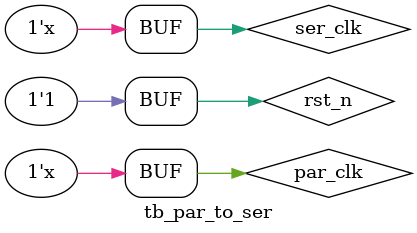
<source format=v>
`timescale 1ns/1ns

module tb_par_to_ser();

reg			par_clk		;
reg			ser_clk		;
reg			rst_n		;
reg	[9:0]	par_data	;
wire		ser_data	;

//------------<初始化数据>----------------------------------------------
initial begin
    par_clk <= 1'b0;
    ser_clk <=  1'b0;
    rst_n <= 1'b0;
	par_data <= 10'd0;
    #200
    rst_n <= 1'b1;
end
//------------<设置时钟>----------------------------------------------
always #10	par_clk = ~par_clk;
always #2	ser_clk = ~ser_clk;
 
always #20	par_data <= $random % 1024;		//每20ns随机生成一个10位数据用于并行输入
 
//------------<例化模块>---------------------------------------- 
par_to_ser par_to_ser_test
(
    .par_clk   (par_clk ),  // 并行时钟
    .ser_clk   (ser_clk ),  // 串行时钟
    .rst_n     (rst_n   ),
    .par_data  (par_data),

    .ser_data  (ser_data )
);
 

endmodule
</source>
